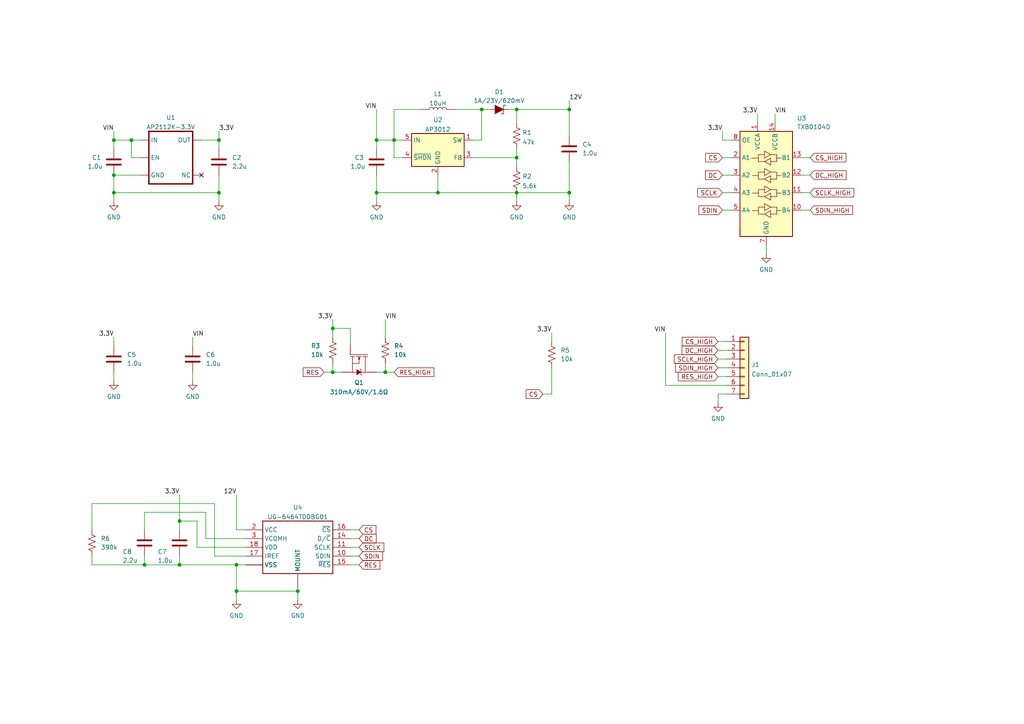
<source format=kicad_sch>
(kicad_sch (version 20210621) (generator eeschema)
  (paper "A4")
  (title_block (title "OLED_SSD1357") (date "2022-04-22") (rev "1") (comment 1 "Copyright © 2022 HorrorTroll") (comment 2 "MIT License"))
  (lib_symbols
    (symbol "Connector_Generic:Conn_01x07" (pin_names (offset 1.016) hide)
      (property "Reference" "J" (at 0 10.16 0))
      (property "Value" "Conn_01x07" (at 0 -10.16 0))
      (symbol "Conn_01x07_1_1"
        (rectangle (start -1.27 -7.493) (end 0 -7.747) (stroke (width 0.1524)))
        (rectangle (start -1.27 -4.953) (end 0 -5.207) (stroke (width 0.1524)))
        (rectangle (start -1.27 -2.413) (end 0 -2.667) (stroke (width 0.1524)))
        (rectangle (start -1.27 0.127) (end 0 -0.127) (stroke (width 0.1524)))
        (rectangle (start -1.27 2.667) (end 0 2.413) (stroke (width 0.1524)))
        (rectangle (start -1.27 5.207) (end 0 4.953) (stroke (width 0.1524)))
        (rectangle (start -1.27 7.747) (end 0 7.493) (stroke (width 0.1524)))
        (rectangle (start -1.27 8.89) (end 1.27 -8.89) (stroke (width 0.254)) (fill (type background)))
        (pin passive line (at -5.08 7.62 0) (length 3.81) (name "Pin_1") (number "1"))
        (pin passive line (at -5.08 5.08 0) (length 3.81) (name "Pin_2") (number "2"))
        (pin passive line (at -5.08 2.54 0) (length 3.81) (name "Pin_3") (number "3"))
        (pin passive line (at -5.08 0 0) (length 3.81) (name "Pin_4") (number "4"))
        (pin passive line (at -5.08 -2.54 0) (length 3.81) (name "Pin_5") (number "5"))
        (pin passive line (at -5.08 -5.08 0) (length 3.81) (name "Pin_6") (number "6"))
        (pin passive line (at -5.08 -7.62 0) (length 3.81) (name "Pin_7") (number "7"))
      )
    )
    (symbol "Device:C" (pin_numbers hide) (pin_names (offset 0.254))
      (property "Reference" "C" (at 0.635 2.54 0))
      (property "Value" "C" (at 0.635 -2.54 0))
      (symbol "C_0_1"
        (polyline (pts (xy -2.032 -0.762) (xy 2.032 -0.762)) (stroke (width 0.508)))
        (polyline (pts (xy -2.032 0.762) (xy 2.032 0.762)) (stroke (width 0.508)))
      )
      (symbol "C_1_1"
        (pin passive line (at 0 3.81 270) (length 2.794) (name "~") (number "1"))
        (pin passive line (at 0 -3.81 90) (length 2.794) (name "~") (number "2"))
      )
    )
    (symbol "Device:R_US" (pin_numbers hide) (pin_names (offset 0))
      (property "Reference" "R" (at 2.54 0 90))
      (property "Value" "R_US" (at -2.54 0 90))
      (symbol "R_US_0_1"
        (polyline (pts (xy 0 -2.286) (xy 0 -2.54)))
        (polyline (pts (xy 0 2.286) (xy 0 2.54)))
        (polyline (pts (xy 0 -0.762) (xy 1.016 -1.143) (xy 0 -1.524) (xy -1.016 -1.905) (xy 0 -2.286)))
        (polyline (pts (xy 0 0.762) (xy 1.016 0.381) (xy 0 0) (xy -1.016 -0.381) (xy 0 -0.762)))
        (polyline (pts (xy 0 2.286) (xy 1.016 1.905) (xy 0 1.524) (xy -1.016 1.143) (xy 0 0.762)))
      )
      (symbol "R_US_1_1"
        (pin passive line (at 0 3.81 270) (length 1.27) (name "~") (number "1"))
        (pin passive line (at 0 -3.81 90) (length 1.27) (name "~") (number "2"))
      )
    )
    (symbol "Logic_LevelTranslator:TXB0104D"
      (property "Reference" "U" (at -6.35 16.51 0))
      (property "Value" "TXB0104D" (at 3.81 16.51 0))
      (symbol "TXB0104D_0_1"
        (rectangle (start -7.62 -15.24) (end -7.62 -12.7) (stroke (width 0.254)))
        (rectangle (start -7.62 15.24) (end 7.62 -15.24) (stroke (width 0.254)) (fill (type background)))
        (polyline (pts (xy -2.286 -7.747) (xy -2.286 -6.731) (xy -0.508 -6.731)))
        (polyline (pts (xy -2.286 -2.667) (xy -2.286 -1.651) (xy -0.508 -1.651)))
        (polyline (pts (xy -2.286 2.413) (xy -2.286 3.429) (xy -0.508 3.429)))
        (polyline (pts (xy -2.286 7.493) (xy -2.286 8.509) (xy -0.508 8.509)))
        (polyline (pts (xy 3.048 -7.747) (xy 3.048 -8.763) (xy 1.27 -8.763)))
        (polyline (pts (xy 3.048 -2.667) (xy 3.048 -3.683) (xy 1.27 -3.683)))
        (polyline (pts (xy 3.048 2.413) (xy 3.048 1.397) (xy 1.27 1.397)))
        (polyline (pts (xy 3.048 7.493) (xy 3.048 6.477) (xy 1.27 6.477)))
        (polyline (pts (xy -0.508 -8.763) (xy -2.286 -8.763) (xy -2.286 -7.747) (xy -4.064 -7.747)))
        (polyline (pts (xy -0.508 -8.763) (xy 1.27 -7.747) (xy 1.27 -9.779) (xy -0.508 -8.763)))
        (polyline (pts (xy -0.508 -3.683) (xy -2.286 -3.683) (xy -2.286 -2.667) (xy -4.064 -2.667)))
        (polyline (pts (xy -0.508 -3.683) (xy 1.27 -2.667) (xy 1.27 -4.699) (xy -0.508 -3.683)))
        (polyline (pts (xy -0.508 1.397) (xy -2.286 1.397) (xy -2.286 2.413) (xy -4.064 2.413)))
        (polyline (pts (xy -0.508 1.397) (xy 1.27 2.413) (xy 1.27 0.381) (xy -0.508 1.397)))
        (polyline (pts (xy -0.508 6.477) (xy -2.286 6.477) (xy -2.286 7.493) (xy -4.318 7.493)))
        (polyline (pts (xy -0.508 6.477) (xy 1.27 7.493) (xy 1.27 5.461) (xy -0.508 6.477)))
        (polyline (pts (xy 1.27 -6.731) (xy -0.508 -7.747) (xy -0.508 -5.715) (xy 1.27 -6.731)))
        (polyline (pts (xy 1.27 -6.731) (xy 3.048 -6.731) (xy 3.048 -7.747) (xy 4.318 -7.747)))
        (polyline (pts (xy 1.27 -1.651) (xy -0.508 -2.667) (xy -0.508 -0.635) (xy 1.27 -1.651)))
        (polyline (pts (xy 1.27 -1.651) (xy 3.048 -1.651) (xy 3.048 -2.667) (xy 4.318 -2.667)))
        (polyline (pts (xy 1.27 3.429) (xy -0.508 2.413) (xy -0.508 4.445) (xy 1.27 3.429)))
        (polyline (pts (xy 1.27 3.429) (xy 3.048 3.429) (xy 3.048 2.413) (xy 4.318 2.413)))
        (polyline (pts (xy 1.27 8.509) (xy -0.508 7.493) (xy -0.508 9.525) (xy 1.27 8.509)))
        (polyline (pts (xy 1.27 8.509) (xy 3.048 8.509) (xy 3.048 7.493) (xy 4.318 7.493)))
      )
      (symbol "TXB0104D_1_1"
        (pin power_in line (at -2.54 17.78 270) (length 2.54) (name "VCCA") (number "1"))
        (pin bidirectional line (at 10.16 -7.62 180) (length 2.54) (name "B4") (number "10"))
        (pin bidirectional line (at 10.16 -2.54 180) (length 2.54) (name "B3") (number "11"))
        (pin bidirectional line (at 10.16 2.54 180) (length 2.54) (name "B2") (number "12"))
        (pin bidirectional line (at 10.16 7.62 180) (length 2.54) (name "B1") (number "13"))
        (pin power_in line (at 2.54 17.78 270) (length 2.54) (name "VCCB") (number "14"))
        (pin bidirectional line (at -10.16 7.62 0) (length 2.54) (name "A1") (number "2"))
        (pin bidirectional line (at -10.16 2.54 0) (length 2.54) (name "A2") (number "3"))
        (pin bidirectional line (at -10.16 -2.54 0) (length 2.54) (name "A3") (number "4"))
        (pin bidirectional line (at -10.16 -7.62 0) (length 2.54) (name "A4") (number "5"))
        (pin no_connect line (at -10.16 -12.7 0) (length 2.54) hide (name "NC") (number "6"))
        (pin power_in line (at 0 -17.78 90) (length 2.54) (name "GND") (number "7"))
        (pin input line (at -10.16 12.7 0) (length 2.54) (name "OE") (number "8"))
        (pin no_connect line (at 10.16 -12.7 180) (length 2.54) hide (name "NC") (number "9"))
      )
    )
    (symbol "Regulator_Switching:AP3012"
      (property "Reference" "U" (at -7.62 5.715 0))
      (property "Value" "AP3012" (at 0 5.715 0))
      (symbol "AP3012_0_1"
        (rectangle (start -7.62 4.445) (end 7.62 -5.08) (stroke (width 0.254)) (fill (type background)))
      )
      (symbol "AP3012_1_1"
        (pin passive line (at 10.16 2.54 180) (length 2.54) (name "SW") (number "1"))
        (pin power_in line (at 0 -7.62 90) (length 2.54) (name "GND") (number "2"))
        (pin input line (at 10.16 -2.54 180) (length 2.54) (name "FB") (number "3"))
        (pin input line (at -10.16 -2.54 0) (length 2.54) (name "~{SHDN}") (number "4"))
        (pin power_in line (at -10.16 2.54 0) (length 2.54) (name "IN") (number "5"))
      )
    )
    (symbol "kbd:CDRH124"
      (property "Reference" "L1" (at -2.54 1.27 0))
      (property "Value" "CDRH124" (at 2.54 1.27 0))
      (symbol "CDRH124_1_0"
        (arc (start 0 -2.54) (mid 0.635 -1.905) (end 0 -1.27) (stroke (width 0.1524)))
        (arc (start 0 -1.27) (mid 0.635 -0.635) (end 0 0) (stroke (width 0.1524)))
        (arc (start 0 0) (mid 0.635 0.635) (end 0 1.27) (stroke (width 0.1524)))
        (arc (start 0 1.27) (mid 0.635 1.905) (end 0 2.54) (stroke (width 0.1524)))
        (pin passive line (at 0 5.08 270) (length 2.54) (name "1") (number "P$1"))
        (pin passive line (at 0 -5.08 90) (length 2.54) (name "2") (number "P$2"))
      )
    )
    (symbol "kbd:DIODE-SCHOTTKY-BAT20J"
      (property "Reference" "D1" (at -2.54 2.54 0))
      (property "Value" "DIODE-SCHOTTKY-BAT20J" (at -2.54 7.62 0))
      (symbol "DIODE-SCHOTTKY-BAT20J_1_0"
        (polyline (pts (xy -2.54 0) (xy -1.27 0)) (stroke (width 0.1524)))
        (polyline (pts (xy 0.762 -1.27) (xy 0.762 -1.016)) (stroke (width 0.1524)))
        (polyline (pts (xy 1.27 -1.27) (xy 0.762 -1.27)) (stroke (width 0.1524)))
        (polyline (pts (xy 1.27 0) (xy 1.27 -1.27)) (stroke (width 0.1524)))
        (polyline (pts (xy 1.27 1.27) (xy 1.27 0)) (stroke (width 0.1524)))
        (polyline (pts (xy 1.27 1.27) (xy 1.778 1.27)) (stroke (width 0.1524)))
        (polyline (pts (xy 1.778 1.27) (xy 1.778 1.016)) (stroke (width 0.1524)))
        (polyline (pts (xy 2.54 0) (xy 1.27 0)) (stroke (width 0.1524)))
        (polyline (pts (xy -1.27 1.27) (xy 1.27 0) (xy -1.27 -1.27)) (fill (type outline)))
        (pin passive line (at -2.54 0 0) (length 0) (name "A") (number "A"))
        (pin passive line (at 2.54 0 180) (length 0) (name "C") (number "C"))
      )
    )
    (symbol "kbd:MOSFET-NCH-2N7002PW"
      (property "Reference" "Q1" (at 13.97 0 0))
      (property "Value" "MOSFET-NCH-2N7002PW" (at 5.08 -2.54 0))
      (symbol "MOSFET-NCH-2N7002PW_1_0"
        (polyline (pts (xy -2.54 -2.54) (xy -2.54 2.54)) (stroke (width 0.1524)))
        (polyline (pts (xy -1.9812 -1.905) (xy -1.9812 -2.54)) (stroke (width 0.1524)))
        (polyline (pts (xy -1.9812 -1.905) (xy 0 -1.905)) (stroke (width 0.1524)))
        (polyline (pts (xy -1.9812 -1.2954) (xy -1.9812 -1.905)) (stroke (width 0.1524)))
        (polyline (pts (xy -1.9812 0.6858) (xy -1.9812 -0.8382)) (stroke (width 0.1524)))
        (polyline (pts (xy -1.9812 1.8034) (xy -1.9812 1.0922)) (stroke (width 0.1524)))
        (polyline (pts (xy -1.9812 1.8034) (xy 2.54 1.8034)) (stroke (width 0.1524)))
        (polyline (pts (xy -1.9812 2.54) (xy -1.9812 1.8034)) (stroke (width 0.1524)))
        (polyline (pts (xy 0 -1.905) (xy 0 0)) (stroke (width 0.1524)))
        (polyline (pts (xy 0 0) (xy -1.2192 0)) (stroke (width 0.1524)))
        (polyline (pts (xy 1.6002 0.381) (xy 1.778 0.5588)) (stroke (width 0.1524)))
        (polyline (pts (xy 2.54 -2.54) (xy 2.54 -1.905)) (stroke (width 0.1524)))
        (polyline (pts (xy 2.54 -1.905) (xy 0 -1.905)) (stroke (width 0.1524)))
        (polyline (pts (xy 2.54 -0.7112) (xy 2.54 -1.905)) (stroke (width 0.1524)))
        (polyline (pts (xy 2.54 0.5588) (xy 1.778 0.5588)) (stroke (width 0.1524)))
        (polyline (pts (xy 2.54 0.5588) (xy 3.302 0.5588)) (stroke (width 0.1524)))
        (polyline (pts (xy 2.54 1.8034) (xy 2.54 0.5588)) (stroke (width 0.1524)))
        (polyline (pts (xy 2.54 2.54) (xy 2.54 1.8034)) (stroke (width 0.1524)))
        (polyline (pts (xy 3.302 0.5588) (xy 3.4798 0.7366)) (stroke (width 0.1524)))
        (polyline (pts (xy -1.9812 0) (xy -1.2192 0.254) (xy -1.2192 -0.254)) (fill (type outline)))
        (polyline (pts (xy 1.778 -0.7112) (xy 2.54 0.5588) (xy 3.302 -0.7112)) (fill (type outline)))
        (pin bidirectional line (at -5.08 -2.54 0) (length 2.54) (name "G") (number "1"))
        (pin bidirectional line (at 2.54 -5.08 90) (length 2.54) (name "S") (number "2"))
        (pin bidirectional line (at 2.54 5.08 270) (length 2.54) (name "D") (number "3"))
      )
    )
    (symbol "kbd:UG-6464TDDBG01"
      (property "Reference" "U1" (at -10.16 8.128 0))
      (property "Value" "UG-6464TDDBG01" (at -10.16 -9.906 0))
      (symbol "UG-6464TDDBG01_1_0"
        (polyline (pts (xy -10.16 -7.62) (xy -10.16 7.62)) (stroke (width 0.254)))
        (polyline (pts (xy -10.16 7.62) (xy 10.16 7.62)) (stroke (width 0.254)))
        (polyline (pts (xy 10.16 -7.62) (xy -10.16 -7.62)) (stroke (width 0.254)))
        (polyline (pts (xy 10.16 7.62) (xy 10.16 -7.62)) (stroke (width 0.254)))
        (pin bidirectional line (at -15.24 -5.08 0) (length 5.08) (name "VSS") (number "1"))
        (pin bidirectional line (at 15.24 -2.54 180) (length 5.08) (name "SDIN") (number "10"))
        (pin bidirectional line (at 15.24 0 180) (length 5.08) (name "SCLK") (number "11"))
        (pin bidirectional line (at 15.24 2.54 180) (length 5.08) (name "D/~{C}") (number "14"))
        (pin bidirectional line (at 15.24 -5.08 180) (length 5.08) (name "~{RES}") (number "15"))
        (pin bidirectional line (at 15.24 5.08 180) (length 5.08) (name "~{CS}") (number "16"))
        (pin bidirectional line (at -15.24 -2.54 0) (length 5.08) (name "IREF") (number "17"))
        (pin bidirectional line (at -15.24 0 0) (length 5.08) (name "VDD") (number "18"))
        (pin bidirectional line (at -15.24 -5.08 0) (length 5.08) (name "VSS") (number "19"))
        (pin bidirectional line (at -15.24 5.08 0) (length 5.08) (name "VCC") (number "2"))
        (pin bidirectional line (at -15.24 -5.08 0) (length 5.08) (name "VSS") (number "20"))
        (pin bidirectional line (at -15.24 2.54 0) (length 5.08) (name "VCOMH") (number "3"))
        (pin bidirectional line (at 0 -12.7 90) (length 5.08) (name "MOUNT") (number "P$21"))
        (pin bidirectional line (at 0 -12.7 90) (length 5.08) (name "MOUNT") (number "P$22"))
      )
    )
    (symbol "kbd:V_REG_AP2112K-3.3V"
      (property "Reference" "U3" (at -7.62 7.874 0))
      (property "Value" "V_REG_AP2112K-3.3V" (at -7.62 -7.874 0))
      (symbol "V_REG_AP2112K-3.3V_1_0"
        (polyline (pts (xy -7.62 -7.62) (xy 5.08 -7.62)) (stroke (width 0.4064)))
        (polyline (pts (xy -7.62 7.62) (xy -7.62 -7.62)) (stroke (width 0.4064)))
        (polyline (pts (xy 5.08 -7.62) (xy 5.08 7.62)) (stroke (width 0.4064)))
        (polyline (pts (xy 5.08 7.62) (xy -7.62 7.62)) (stroke (width 0.4064)))
        (pin input line (at -10.16 5.08 0) (length 2.54) (name "IN") (number "1"))
        (pin input line (at -10.16 -5.08 0) (length 2.54) (name "GND") (number "2"))
        (pin input line (at -10.16 0 0) (length 2.54) (name "EN") (number "3"))
        (pin no_connect line (at 7.62 -5.08 180) (length 2.54) (name "NC") (number "4"))
        (pin passive line (at 7.62 5.08 180) (length 2.54) (name "OUT") (number "5"))
      )
    )
    (symbol "power:GND" (power) (pin_names (offset 0))
      (property "Value" "GND" (at 0 -3.81 0))
      (symbol "GND_0_1"
        (polyline (pts (xy 0 0) (xy 0 -1.27) (xy 1.27 -1.27) (xy 0 -2.54) (xy -1.27 -1.27) (xy 0 -1.27)))
      )
      (symbol "GND_1_1"
        (pin power_in line (at 0 0 270) (length 0) hide (name "GND") (number "1"))
      )
    )
  )
  (junction (at 114.3 40.64))
  (junction (at 149.86 31.75))
  (junction (at 63.5 55.88))
  (junction (at 38.1 40.64))
  (junction (at 96.52 95.25))
  (junction (at 165.1 31.75))
  (junction (at 41.91 163.83))
  (junction (at 86.36 171.45))
  (junction (at 149.86 45.72))
  (junction (at 127 55.88))
  (junction (at 68.58 163.83))
  (junction (at 33.02 40.64))
  (junction (at 109.22 40.64))
  (junction (at 52.07 151.13))
  (junction (at 149.86 55.88))
  (junction (at 33.02 55.88))
  (junction (at 52.07 163.83))
  (junction (at 139.7 31.75))
  (junction (at 33.02 50.8))
  (junction (at 63.5 40.64))
  (junction (at 109.22 55.88))
  (junction (at 96.52 107.95))
  (junction (at 165.1 55.88))
  (junction (at 68.58 171.45))
  (junction (at 111.76 107.95))
  (no_connect (at 58.42 50.8))
  (wire (pts (xy 149.86 55.88) (xy 149.86 58.42)))
  (wire (pts (xy 96.52 95.25) (xy 96.52 97.79)))
  (wire (pts (xy 96.52 92.71) (xy 96.52 95.25)))
  (wire (pts (xy 62.23 161.29) (xy 62.23 146.05)))
  (wire (pts (xy 212.09 40.64) (xy 209.55 40.64)))
  (wire (pts (xy 209.55 38.1) (xy 209.55 40.64)))
  (wire (pts (xy 33.02 38.1) (xy 33.02 40.64)))
  (wire (pts (xy 109.22 31.75) (xy 109.22 40.64)))
  (wire (pts (xy 26.67 163.83) (xy 41.91 163.83)))
  (wire (pts (xy 93.98 107.95) (xy 96.52 107.95)))
  (wire (pts (xy 71.12 153.67) (xy 68.58 153.67)))
  (wire (pts (xy 68.58 143.51) (xy 68.58 153.67)))
  (wire (pts (xy 209.55 45.72) (xy 212.09 45.72)))
  (wire (pts (xy 232.41 50.8) (xy 234.95 50.8)))
  (wire (pts (xy 101.6 153.67) (xy 104.14 153.67)))
  (wire (pts (xy 208.28 101.6) (xy 210.82 101.6)))
  (wire (pts (xy 127 55.88) (xy 109.22 55.88)))
  (wire (pts (xy 111.76 92.71) (xy 111.76 97.79)))
  (wire (pts (xy 101.6 163.83) (xy 104.14 163.83)))
  (wire (pts (xy 139.7 31.75) (xy 139.7 40.64)))
  (wire (pts (xy 33.02 40.64) (xy 38.1 40.64)))
  (wire (pts (xy 209.55 55.88) (xy 212.09 55.88)))
  (wire (pts (xy 208.28 104.14) (xy 210.82 104.14)))
  (wire (pts (xy 101.6 156.21) (xy 104.14 156.21)))
  (wire (pts (xy 160.02 96.52) (xy 160.02 99.06)))
  (wire (pts (xy 149.86 43.18) (xy 149.86 45.72)))
  (wire (pts (xy 208.28 106.68) (xy 210.82 106.68)))
  (wire (pts (xy 33.02 50.8) (xy 33.02 55.88)))
  (wire (pts (xy 68.58 163.83) (xy 71.12 163.83)))
  (wire (pts (xy 26.67 146.05) (xy 62.23 146.05)))
  (wire (pts (xy 52.07 161.29) (xy 52.07 163.83)))
  (wire (pts (xy 38.1 40.64) (xy 40.64 40.64)))
  (wire (pts (xy 160.02 106.68) (xy 160.02 114.3)))
  (wire (pts (xy 137.16 45.72) (xy 149.86 45.72)))
  (wire (pts (xy 58.42 40.64) (xy 63.5 40.64)))
  (wire (pts (xy 57.15 158.75) (xy 71.12 158.75)))
  (wire (pts (xy 209.55 60.96) (xy 212.09 60.96)))
  (wire (pts (xy 109.22 40.64) (xy 114.3 40.64)))
  (wire (pts (xy 149.86 31.75) (xy 165.1 31.75)))
  (wire (pts (xy 26.67 146.05) (xy 26.67 153.67)))
  (wire (pts (xy 165.1 55.88) (xy 165.1 58.42)))
  (wire (pts (xy 63.5 55.88) (xy 63.5 58.42)))
  (wire (pts (xy 63.5 50.8) (xy 63.5 55.88)))
  (wire (pts (xy 109.22 107.95) (xy 111.76 107.95)))
  (wire (pts (xy 38.1 40.64) (xy 38.1 45.72)))
  (wire (pts (xy 40.64 45.72) (xy 38.1 45.72)))
  (wire (pts (xy 52.07 163.83) (xy 68.58 163.83)))
  (wire (pts (xy 219.71 33.02) (xy 219.71 35.56)))
  (wire (pts (xy 165.1 31.75) (xy 165.1 39.37)))
  (wire (pts (xy 208.28 109.22) (xy 210.82 109.22)))
  (wire (pts (xy 55.88 107.95) (xy 55.88 110.49)))
  (wire (pts (xy 232.41 55.88) (xy 234.95 55.88)))
  (wire (pts (xy 210.82 111.76) (xy 193.04 111.76)))
  (wire (pts (xy 193.04 96.52) (xy 193.04 111.76)))
  (wire (pts (xy 160.02 114.3) (xy 157.48 114.3)))
  (wire (pts (xy 165.1 29.21) (xy 165.1 31.75)))
  (wire (pts (xy 139.7 31.75) (xy 142.24 31.75)))
  (wire (pts (xy 96.52 107.95) (xy 99.06 107.95)))
  (wire (pts (xy 101.6 95.25) (xy 96.52 95.25)))
  (wire (pts (xy 101.6 100.33) (xy 101.6 95.25)))
  (wire (pts (xy 101.6 158.75) (xy 104.14 158.75)))
  (wire (pts (xy 26.67 163.83) (xy 26.67 161.29)))
  (wire (pts (xy 52.07 151.13) (xy 52.07 153.67)))
  (wire (pts (xy 101.6 161.29) (xy 104.14 161.29)))
  (wire (pts (xy 114.3 31.75) (xy 121.92 31.75)))
  (wire (pts (xy 57.15 151.13) (xy 57.15 158.75)))
  (wire (pts (xy 57.15 151.13) (xy 52.07 151.13)))
  (wire (pts (xy 114.3 31.75) (xy 114.3 40.64)))
  (wire (pts (xy 96.52 105.41) (xy 96.52 107.95)))
  (wire (pts (xy 109.22 40.64) (xy 109.22 43.18)))
  (wire (pts (xy 33.02 40.64) (xy 33.02 43.18)))
  (wire (pts (xy 208.28 99.06) (xy 210.82 99.06)))
  (wire (pts (xy 63.5 40.64) (xy 63.5 43.18)))
  (wire (pts (xy 63.5 38.1) (xy 63.5 40.64)))
  (wire (pts (xy 111.76 107.95) (xy 114.3 107.95)))
  (wire (pts (xy 116.84 45.72) (xy 114.3 45.72)))
  (wire (pts (xy 114.3 40.64) (xy 114.3 45.72)))
  (wire (pts (xy 114.3 40.64) (xy 116.84 40.64)))
  (wire (pts (xy 149.86 55.88) (xy 165.1 55.88)))
  (wire (pts (xy 165.1 46.99) (xy 165.1 55.88)))
  (wire (pts (xy 68.58 171.45) (xy 68.58 173.99)))
  (wire (pts (xy 68.58 163.83) (xy 68.58 171.45)))
  (wire (pts (xy 33.02 107.95) (xy 33.02 110.49)))
  (wire (pts (xy 149.86 45.72) (xy 149.86 48.26)))
  (wire (pts (xy 41.91 148.59) (xy 59.69 148.59)))
  (wire (pts (xy 41.91 148.59) (xy 41.91 153.67)))
  (wire (pts (xy 33.02 55.88) (xy 63.5 55.88)))
  (wire (pts (xy 41.91 161.29) (xy 41.91 163.83)))
  (wire (pts (xy 41.91 163.83) (xy 52.07 163.83)))
  (wire (pts (xy 55.88 97.79) (xy 55.88 100.33)))
  (wire (pts (xy 86.36 171.45) (xy 86.36 173.99)))
  (wire (pts (xy 109.22 50.8) (xy 109.22 55.88)))
  (wire (pts (xy 109.22 55.88) (xy 109.22 58.42)))
  (wire (pts (xy 222.25 71.12) (xy 222.25 73.66)))
  (wire (pts (xy 71.12 156.21) (xy 59.69 156.21)))
  (wire (pts (xy 59.69 148.59) (xy 59.69 156.21)))
  (wire (pts (xy 232.41 45.72) (xy 234.95 45.72)))
  (wire (pts (xy 33.02 97.79) (xy 33.02 100.33)))
  (wire (pts (xy 62.23 161.29) (xy 71.12 161.29)))
  (wire (pts (xy 232.41 60.96) (xy 234.95 60.96)))
  (wire (pts (xy 149.86 31.75) (xy 149.86 35.56)))
  (wire (pts (xy 147.32 31.75) (xy 149.86 31.75)))
  (wire (pts (xy 33.02 50.8) (xy 40.64 50.8)))
  (wire (pts (xy 127 50.8) (xy 127 55.88)))
  (wire (pts (xy 127 55.88) (xy 149.86 55.88)))
  (wire (pts (xy 52.07 143.51) (xy 52.07 151.13)))
  (wire (pts (xy 210.82 114.3) (xy 208.28 114.3)))
  (wire (pts (xy 208.28 114.3) (xy 208.28 116.84)))
  (wire (pts (xy 132.08 31.75) (xy 139.7 31.75)))
  (wire (pts (xy 111.76 105.41) (xy 111.76 107.95)))
  (wire (pts (xy 33.02 55.88) (xy 33.02 58.42)))
  (wire (pts (xy 209.55 50.8) (xy 212.09 50.8)))
  (wire (pts (xy 224.79 33.02) (xy 224.79 35.56)))
  (wire (pts (xy 137.16 40.64) (xy 139.7 40.64)))
  (wire (pts (xy 68.58 171.45) (xy 86.36 171.45)))
  (label "12V" (at 165.1 29.21 0))
  (label "3.3V" (at 63.5 38.1 0))
  (label "VIN" (at 109.22 31.75 180))
  (label "3.3V" (at 52.07 143.51 180))
  (label "3.3V" (at 96.52 92.71 180))
  (label "3.3V" (at 209.55 38.1 180))
  (label "3.3V" (at 160.02 96.52 180))
  (label "VIN" (at 111.76 92.71 0))
  (label "VIN" (at 33.02 38.1 180))
  (label "3.3V" (at 33.02 97.79 180))
  (label "VIN" (at 224.79 33.02 0))
  (label "3.3V" (at 219.71 33.02 180))
  (label "12V" (at 68.58 143.51 180))
  (label "VIN" (at 55.88 97.79 0))
  (label "VIN" (at 193.04 96.52 180))
  (global_label "DC_HIGH" (shape input) (at 208.28 101.6 180) (property "Intersheet References" "${INTERSHEET_REFS}" (effects hide)))
  (global_label "RES_HIGH" (shape input) (at 208.28 109.22 180) (property "Intersheet References" "${INTERSHEET_REFS}" (effects hide)))
  (global_label "CS_HIGH" (shape input) (at 234.95 45.72 0) (property "Intersheet References" "${INTERSHEET_REFS}" (effects hide)))
  (global_label "SDIN" (shape input) (at 209.55 60.96 180) (property "Intersheet References" "${INTERSHEET_REFS}" (effects hide)))
  (global_label "RES_HIGH" (shape input) (at 114.3 107.95 0) (property "Intersheet References" "${INTERSHEET_REFS}" (effects hide)))
  (global_label "SDIN_HIGH" (shape input) (at 234.95 60.96 0) (property "Intersheet References" "${INTERSHEET_REFS}" (effects hide)))
  (global_label "CS_HIGH" (shape input) (at 208.28 99.06 180) (property "Intersheet References" "${INTERSHEET_REFS}" (effects hide)))
  (global_label "CS" (shape input) (at 209.55 45.72 180) (property "Intersheet References" "${INTERSHEET_REFS}" (effects hide)))
  (global_label "SCLK" (shape input) (at 209.55 55.88 180) (property "Intersheet References" "${INTERSHEET_REFS}" (effects hide)))
  (global_label "SCLK_HIGH" (shape input) (at 234.95 55.88 0) (property "Intersheet References" "${INTERSHEET_REFS}" (effects hide)))
  (global_label "SCLK_HIGH" (shape input) (at 208.28 104.14 180) (property "Intersheet References" "${INTERSHEET_REFS}" (effects hide)))
  (global_label "CS" (shape input) (at 157.48 114.3 180) (property "Intersheet References" "${INTERSHEET_REFS}" (effects hide)))
  (global_label "RES" (shape input) (at 93.98 107.95 180) (property "Intersheet References" "${INTERSHEET_REFS}" (effects hide)))
  (global_label "SCLK" (shape input) (at 104.14 158.75 0) (property "Intersheet References" "${INTERSHEET_REFS}" (effects hide)))
  (global_label "CS" (shape input) (at 104.14 153.67 0) (property "Intersheet References" "${INTERSHEET_REFS}" (effects hide)))
  (global_label "SDIN" (shape input) (at 104.14 161.29 0) (property "Intersheet References" "${INTERSHEET_REFS}" (effects hide)))
  (global_label "DC" (shape input) (at 104.14 156.21 0) (property "Intersheet References" "${INTERSHEET_REFS}" (effects hide)))
  (global_label "SDIN_HIGH" (shape input) (at 208.28 106.68 180) (property "Intersheet References" "${INTERSHEET_REFS}" (effects hide)))
  (global_label "DC_HIGH" (shape input) (at 234.95 50.8 0) (property "Intersheet References" "${INTERSHEET_REFS}" (effects hide)))
  (global_label "DC" (shape input) (at 209.55 50.8 180) (property "Intersheet References" "${INTERSHEET_REFS}" (effects hide)))
  (global_label "RES" (shape input) (at 104.14 163.83 0) (property "Intersheet References" "${INTERSHEET_REFS}" (effects hide)))
  (symbol (lib_id "power:GND") (at 149.86 58.42 0) (unit 1)
    (property "Reference" "#PWR0105" (effects hide))
    (property "Value" "GND" (at 149.86 62.9825 0))
  )
  (symbol (lib_id "kbd:DIODE-SCHOTTKY-BAT20J") (at 144.78 31.75 0) (unit 1)
    (property "Reference" "D1" (at 144.78 26.67 0) (effects (font (size 1.25 1.25))))
    (property "Value" "1A/23V/620mV" (at 144.78 29.21 0) (effects (font (size 1.25 1.25))))
    (property "Footprint" "eec:SOD-323" (effects hide))
  )
  (symbol (lib_id "power:GND") (at 33.02 58.42 0) (unit 1)
    (property "Reference" "#PWR0102" (effects hide))
    (property "Value" "GND" (at 33.02 62.9825 0))
  )
  (symbol (lib_id "Device:R_US") (at 96.52 101.6 0) (unit 1)
    (property "Reference" "R3" (at 90.17 100.33 0) (effects (justify left)))
    (property "Value" "10k" (at 90.17 102.87 0) (effects (justify left)))
    (property "Footprint" "Resistor_SMD:R_0603_1608Metric" (effects hide))
  )
  (symbol (lib_id "Device:C") (at 41.91 157.48 0) (unit 1)
    (property "Reference" "C8" (at 35.56 160.02 0) (effects (justify left)))
    (property "Value" "2.2u" (at 35.56 162.56 0) (effects (justify left)))
    (property "Footprint" "Capacitor_SMD:C_0603_1608Metric" (effects hide))
  )
  (symbol (lib_id "Regulator_Switching:AP3012") (at 127 43.18 0) (unit 1)
    (property "Reference" "U2" (at 127 34.7685 0))
    (property "Value" "AP3012" (at 127 37.5436 0))
    (property "Footprint" "Package_TO_SOT_SMD:SOT-23-5" (effects hide))
    (property "Datasheet" "https://www.diodes.com/assets/Datasheets/AP3012.pdf" (effects hide))
  )
  (symbol (lib_id "Device:R_US") (at 149.86 39.37 0) (unit 1)
    (property "Reference" "R1" (at 151.511 38.4615 0) (effects (justify left)))
    (property "Value" "47k" (at 151.511 41.2366 0) (effects (justify left)))
    (property "Footprint" "Resistor_SMD:R_0603_1608Metric" (effects hide))
  )
  (symbol (lib_id "kbd:UG-6464TDDBG01") (at 86.36 158.75 0) (unit 1)
    (property "Reference" "U4" (at 86.36 147.1635 0))
    (property "Value" "UG-6464TDDBG01" (at 86.36 149.9386 0))
    (property "Footprint" "kbd:AMPHENOL_10051922-2010ELF" (effects hide))
  )
  (symbol (lib_id "kbd:MOSFET-NCH-2N7002PW") (at 104.14 105.41 270) (unit 1)
    (property "Reference" "Q1" (at 104.14 110.9686 90) (effects (font (size 1.25 1.25))))
    (property "Value" "310mA/60V/1.6Ω" (at 104.14 113.7039 90) (effects (font (size 1.25 1.25))))
    (property "Footprint" "eec:SOT65P210X110-3N" (effects hide))
  )
  (symbol (lib_id "Device:C") (at 33.02 46.99 0) (unit 1)
    (property "Reference" "C1" (at 26.67 45.72 0) (effects (justify left)))
    (property "Value" "1.0u" (at 25.4 48.26 0) (effects (justify left)))
    (property "Footprint" "Capacitor_SMD:C_0603_1608Metric" (effects hide))
  )
  (symbol (lib_id "Device:C") (at 165.1 43.18 0) (unit 1)
    (property "Reference" "C4" (at 168.91 41.91 0) (effects (justify left)))
    (property "Value" "1.0u" (at 168.91 44.45 0) (effects (justify left)))
    (property "Footprint" "Capacitor_SMD:C_0603_1608Metric" (effects hide))
  )
  (symbol (lib_id "Device:R_US") (at 149.86 52.07 0) (unit 1)
    (property "Reference" "R2" (at 151.511 51.1615 0) (effects (justify left)))
    (property "Value" "5.6k" (at 151.511 53.9366 0) (effects (justify left)))
    (property "Footprint" "Resistor_SMD:R_0603_1608Metric" (effects hide))
  )
  (symbol (lib_id "power:GND") (at 63.5 58.42 0) (unit 1)
    (property "Reference" "#PWR0101" (effects hide))
    (property "Value" "GND" (at 63.5 62.9825 0))
  )
  (symbol (lib_id "Device:R_US") (at 26.67 157.48 0) (unit 1)
    (property "Reference" "R6" (at 29.21 156.21 0) (effects (justify left)))
    (property "Value" "390k" (at 29.21 158.75 0) (effects (justify left)))
    (property "Footprint" "Resistor_SMD:R_0603_1608Metric" (effects hide))
  )
  (symbol (lib_id "Device:C") (at 55.88 104.14 0) (unit 1)
    (property "Reference" "C6" (at 59.69 102.87 0) (effects (justify left)))
    (property "Value" "1.0u" (at 59.69 105.41 0) (effects (justify left)))
    (property "Footprint" "Capacitor_SMD:C_0603_1608Metric" (effects hide))
  )
  (symbol (lib_id "power:GND") (at 208.28 116.84 0) (unit 1)
    (property "Reference" "#PWR0110" (effects hide))
    (property "Value" "GND" (at 208.28 121.4025 0))
  )
  (symbol (lib_id "power:GND") (at 86.36 173.99 0) (unit 1)
    (property "Reference" "#PWR0103" (effects hide))
    (property "Value" "GND" (at 86.36 178.5525 0))
  )
  (symbol (lib_id "Device:R_US") (at 160.02 102.87 0) (unit 1)
    (property "Reference" "R5" (at 162.56 101.6 0) (effects (justify left)))
    (property "Value" "10k" (at 162.56 104.14 0) (effects (justify left)))
    (property "Footprint" "Resistor_SMD:R_0603_1608Metric" (effects hide))
  )
  (symbol (lib_id "Device:C") (at 52.07 157.48 0) (unit 1)
    (property "Reference" "C7" (at 45.72 160.02 0) (effects (justify left)))
    (property "Value" "1.0u" (at 45.72 162.56 0) (effects (justify left)))
    (property "Footprint" "Capacitor_SMD:C_0603_1608Metric" (effects hide))
  )
  (symbol (lib_id "power:GND") (at 33.02 110.49 0) (unit 1)
    (property "Reference" "#PWR0107" (effects hide))
    (property "Value" "GND" (at 33.02 115.0525 0))
  )
  (symbol (lib_id "power:GND") (at 55.88 110.49 0) (unit 1)
    (property "Reference" "#PWR0108" (effects hide))
    (property "Value" "GND" (at 55.88 115.0525 0))
  )
  (symbol (lib_id "kbd:CDRH124") (at 127 31.75 90) (unit 1)
    (property "Reference" "L1" (at 127 27.2438 90) (effects (font (size 1.25 1.25))))
    (property "Value" "10uH" (at 127 29.9791 90) (effects (font (size 1.25 1.25))))
    (property "Footprint" "eec:CDRH124" (effects hide))
  )
  (symbol (lib_id "power:GND") (at 68.58 173.99 0) (unit 1)
    (property "Reference" "#PWR0104" (effects hide))
    (property "Value" "GND" (at 68.58 178.5525 0))
  )
  (symbol (lib_id "Device:C") (at 33.02 104.14 0) (unit 1)
    (property "Reference" "C5" (at 36.83 102.87 0) (effects (justify left)))
    (property "Value" "1.0u" (at 36.83 105.41 0) (effects (justify left)))
    (property "Footprint" "Capacitor_SMD:C_0603_1608Metric" (effects hide))
  )
  (symbol (lib_id "Logic_LevelTranslator:TXB0104D") (at 222.25 53.34 0) (unit 1)
    (property "Reference" "U3" (at 231.14 34.29 0) (effects (justify left)))
    (property "Value" "TXB0104D" (at 231.14 36.83 0) (effects (justify left)))
    (property "Footprint" "kbd:TXB0104" (effects hide))
    (property "Datasheet" "http://www.ti.com/lit/ds/symlink/txb0104.pdf" (effects hide))
  )
  (symbol (lib_id "power:GND") (at 222.25 73.66 0) (unit 1)
    (property "Reference" "#PWR0111" (effects hide))
    (property "Value" "GND" (at 222.25 78.2225 0))
  )
  (symbol (lib_id "Connector_Generic:Conn_01x07") (at 215.9 106.68 0) (unit 1)
    (property "Reference" "J1" (at 217.932 105.7715 0) (effects (justify left)))
    (property "Value" "Conn_01x07" (at 217.932 108.5466 0) (effects (justify left)))
    (property "Footprint" "Connector_FFC-FPC:Molex_200528-0070_1x07-1MP_P1.00mm_Horizontal" (effects hide))
  )
  (symbol (lib_id "Device:C") (at 63.5 46.99 0) (unit 1)
    (property "Reference" "C2" (at 67.31 45.72 0) (effects (justify left)))
    (property "Value" "2.2u" (at 67.31 48.26 0) (effects (justify left)))
    (property "Footprint" "Capacitor_SMD:C_0603_1608Metric" (effects hide))
  )
  (symbol (lib_id "kbd:V_REG_AP2112K-3.3V") (at 50.8 45.72 0) (unit 1)
    (property "Reference" "U1" (at 49.53 34.1018 0) (effects (font (size 1.25 1.25))))
    (property "Value" "AP2112K-3.3V" (at 49.53 36.8371 0) (effects (font (size 1.25 1.25))))
    (property "Footprint" "Package_TO_SOT_SMD:SOT-23-5" (effects hide))
  )
  (symbol (lib_id "Device:R_US") (at 111.76 101.6 0) (unit 1)
    (property "Reference" "R4" (at 114.3 100.33 0) (effects (justify left)))
    (property "Value" "10k" (at 114.3 102.87 0) (effects (justify left)))
    (property "Footprint" "Resistor_SMD:R_0603_1608Metric" (effects hide))
  )
  (symbol (lib_id "power:GND") (at 109.22 58.42 0) (unit 1)
    (property "Reference" "#PWR0106" (effects hide))
    (property "Value" "GND" (at 109.22 62.9825 0))
  )
  (symbol (lib_id "power:GND") (at 165.1 58.42 0) (unit 1)
    (property "Reference" "#PWR0109" (effects hide))
    (property "Value" "GND" (at 165.1 62.9825 0))
  )
  (symbol (lib_id "Device:C") (at 109.22 46.99 0) (unit 1)
    (property "Reference" "C3" (at 102.87 45.72 0) (effects (justify left)))
    (property "Value" "1.0u" (at 101.6 48.26 0) (effects (justify left)))
    (property "Footprint" "Capacitor_SMD:C_0603_1608Metric" (effects hide))
  )
)
</source>
